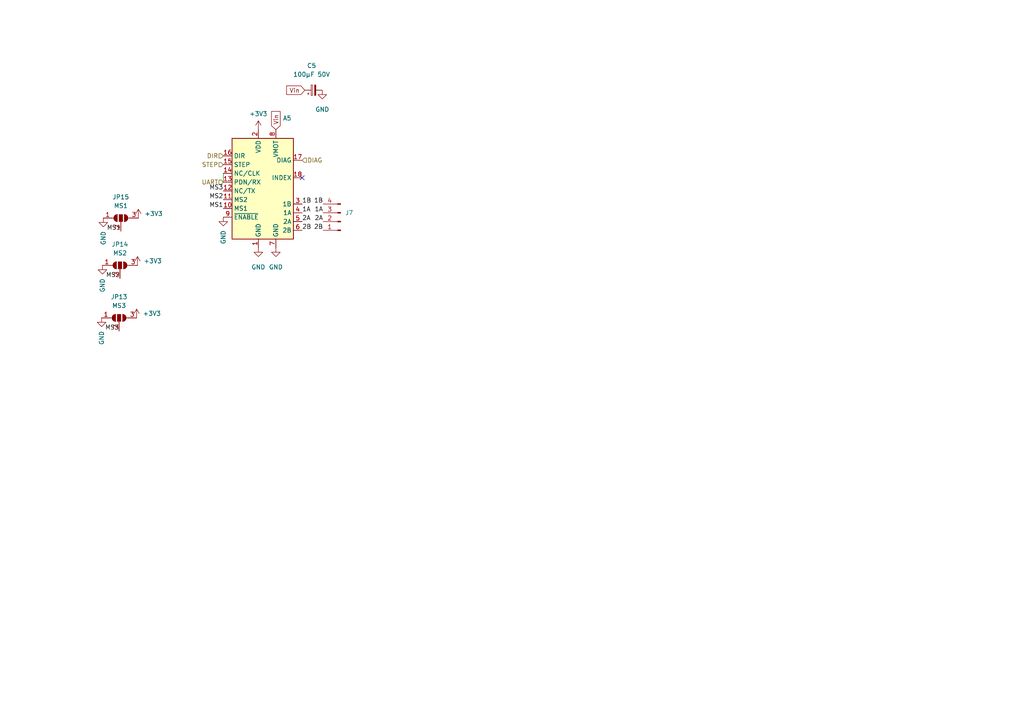
<source format=kicad_sch>
(kicad_sch (version 20211123) (generator eeschema)
  (paper "A4")
  (lib_symbols
    (symbol "Connector:Conn_01x04_Male" (pin_names (offset 1.016) hide)
      (property "Reference" "J" (at 0 5.08 0))
      (property "Value" "Conn_01x04_Male" (at 0 -7.62 0))
      (symbol "Conn_01x04_Male_1_1"
        (polyline (pts (xy 1.27 -5.08) (xy 0.8636 -5.08)) (stroke (width 0.1524)))
        (polyline (pts (xy 1.27 -2.54) (xy 0.8636 -2.54)) (stroke (width 0.1524)))
        (polyline (pts (xy 1.27 0) (xy 0.8636 0)) (stroke (width 0.1524)))
        (polyline (pts (xy 1.27 2.54) (xy 0.8636 2.54)) (stroke (width 0.1524)))
        (rectangle (start 0.8636 -4.953) (end 0 -5.207) (stroke (width 0.1524)) (fill (type outline)))
        (rectangle (start 0.8636 -2.413) (end 0 -2.667) (stroke (width 0.1524)) (fill (type outline)))
        (rectangle (start 0.8636 0.127) (end 0 -0.127) (stroke (width 0.1524)) (fill (type outline)))
        (rectangle (start 0.8636 2.667) (end 0 2.413) (stroke (width 0.1524)) (fill (type outline)))
        (pin passive line (at 5.08 2.54 180) (length 3.81) (name "Pin_1") (number "1"))
        (pin passive line (at 5.08 0 180) (length 3.81) (name "Pin_2") (number "2"))
        (pin passive line (at 5.08 -2.54 180) (length 3.81) (name "Pin_3") (number "3"))
        (pin passive line (at 5.08 -5.08 180) (length 3.81) (name "Pin_4") (number "4"))
      )
    )
    (symbol "Device:C_Polarized_Small" (pin_numbers hide) (pin_names (offset 0.254) hide)
      (property "Reference" "C" (at 0.254 1.778 0))
      (property "Value" "C_Polarized_Small" (at 0.254 -2.032 0))
      (symbol "C_Polarized_Small_0_1"
        (rectangle (start -1.524 -0.3048) (end 1.524 -0.6858) (fill (type outline)))
        (rectangle (start -1.524 0.6858) (end 1.524 0.3048))
        (polyline (pts (xy -1.27 1.524) (xy -0.762 1.524)))
        (polyline (pts (xy -1.016 1.27) (xy -1.016 1.778)))
      )
      (symbol "C_Polarized_Small_1_1"
        (pin passive line (at 0 2.54 270) (length 1.8542) (name "~") (number "1"))
        (pin passive line (at 0 -2.54 90) (length 1.8542) (name "~") (number "2"))
      )
    )
    (symbol "Jumper:SolderJumper_3_Open" (pin_names (offset 0) hide)
      (property "Reference" "JP" (at -2.54 -2.54 0))
      (property "Value" "SolderJumper_3_Open" (at 0 2.794 0))
      (symbol "SolderJumper_3_Open_0_1"
        (arc (start -1.016 1.016) (mid -2.032 0) (end -1.016 -1.016))
        (arc (start -1.016 1.016) (mid -2.032 0) (end -1.016 -1.016) (fill (type outline)))
        (rectangle (start -0.508 1.016) (end 0.508 -1.016) (fill (type outline)))
        (polyline (pts (xy -2.54 0) (xy -2.032 0)))
        (polyline (pts (xy -1.016 1.016) (xy -1.016 -1.016)))
        (polyline (pts (xy 0 -1.27) (xy 0 -1.016)))
        (polyline (pts (xy 1.016 1.016) (xy 1.016 -1.016)))
        (polyline (pts (xy 2.54 0) (xy 2.032 0)))
        (arc (start 1.016 -1.016) (mid 2.032 0) (end 1.016 1.016))
        (arc (start 1.016 -1.016) (mid 2.032 0) (end 1.016 1.016) (fill (type outline)))
      )
      (symbol "SolderJumper_3_Open_1_1"
        (pin passive line (at -5.08 0 0) (length 2.54) (name "A") (number "1"))
        (pin passive line (at 0 -3.81 90) (length 2.54) (name "C") (number "2"))
        (pin passive line (at 5.08 0 180) (length 2.54) (name "B") (number "3"))
      )
    )
    (symbol "TMCSockets:MKS_TMC2209"
      (property "Reference" "A" (at 10.16 19.05 0))
      (property "Value" "MKS_TMC2209" (at 10.16 15.24 0))
      (symbol "MKS_TMC2209_0_1"
        (rectangle (start -8.89 13.97) (end 8.89 -15.24) (stroke (width 0.254)) (fill (type background)))
      )
      (symbol "MKS_TMC2209_1_1"
        (pin power_in line (at -1.27 -17.78 90) (length 2.54) (name "GND") (number "1"))
        (pin input line (at -11.43 -6.35 0) (length 2.54) (name "MS1") (number "10"))
        (pin input line (at -11.43 -3.81 0) (length 2.54) (name "MS2") (number "11"))
        (pin input line (at -11.43 -1.27 0) (length 2.54) (name "NC/TX") (number "12"))
        (pin input line (at -11.43 1.27 0) (length 2.54) (name "PDN/RX") (number "13"))
        (pin input line (at -11.43 3.81 0) (length 2.54) (name "NC/CLK") (number "14"))
        (pin input line (at -11.43 6.35 0) (length 2.54) (name "STEP") (number "15"))
        (pin input line (at -11.43 8.89 0) (length 2.54) (name "DIR") (number "16"))
        (pin output line (at 11.43 7.62 180) (length 2.54) (name "DIAG") (number "17"))
        (pin output line (at 11.43 2.54 180) (length 2.54) (name "INDEX") (number "18"))
        (pin power_in line (at -1.27 16.51 270) (length 2.54) (name "VDD") (number "2"))
        (pin output line (at 11.43 -5.08 180) (length 2.54) (name "1B") (number "3"))
        (pin output line (at 11.43 -7.62 180) (length 2.54) (name "1A") (number "4"))
        (pin output line (at 11.43 -10.16 180) (length 2.54) (name "2A") (number "5"))
        (pin output line (at 11.43 -12.7 180) (length 2.54) (name "2B") (number "6"))
        (pin power_in line (at 3.81 -17.78 90) (length 2.54) (name "GND") (number "7"))
        (pin power_in line (at 3.81 16.51 270) (length 2.54) (name "VMOT") (number "8"))
        (pin input line (at -11.43 -8.89 0) (length 2.54) (name "~{ENABLE}") (number "9"))
      )
    )
    (symbol "power:+3V3" (power) (pin_names (offset 0))
      (property "Value" "+3V3" (at 0 3.556 0))
      (symbol "+3V3_0_1"
        (polyline (pts (xy -0.762 1.27) (xy 0 2.54)))
        (polyline (pts (xy 0 0) (xy 0 2.54)))
        (polyline (pts (xy 0 2.54) (xy 0.762 1.27)))
      )
      (symbol "+3V3_1_1"
        (pin power_in line (at 0 0 90) (length 0) hide (name "+3V3") (number "1"))
      )
    )
    (symbol "power:GND" (power) (pin_names (offset 0))
      (property "Value" "GND" (at 0 -3.81 0))
      (symbol "GND_0_1"
        (polyline (pts (xy 0 0) (xy 0 -1.27) (xy 1.27 -1.27) (xy 0 -2.54) (xy -1.27 -1.27) (xy 0 -1.27)))
      )
      (symbol "GND_1_1"
        (pin power_in line (at 0 0 270) (length 0) hide (name "GND") (number "1"))
      )
    )
  )
  (no_connect (at 87.63 51.562))
  (wire (pts (xy 64.77 50.292) (xy 64.77 52.832)))
  (label "2A" (at 93.726 64.262 180))
  (label "1A" (at 87.63 61.722 0))
  (label "2B" (at 93.726 66.802 180))
  (label "MS1" (at 35.052 67.056 180))
  (label "1B" (at 93.726 59.182 180))
  (label "MS3" (at 64.77 55.372 180))
  (label "MS1" (at 64.77 60.452 180))
  (label "MS2" (at 34.798 80.772 180))
  (label "2A" (at 87.63 64.262 0))
  (label "1A" (at 93.726 61.722 180))
  (label "MS2" (at 64.77 57.912 180))
  (label "2B" (at 87.63 66.802 0))
  (label "MS3" (at 34.544 96.012 180))
  (label "1B" (at 87.63 59.182 0))
  (global_label "Vin" (shape input) (at 80.01 37.592 90) (property "Intersheet References" "${INTERSHEET_REFS}" (effects hide)))
  (global_label "Vin" (shape input) (at 88.392 26.162 180) (property "Intersheet References" "${INTERSHEET_REFS}" (effects hide)))
  (hierarchical_label "UART" (shape input) (at 64.77 52.832 180))
  (hierarchical_label "DIR" (shape input) (at 64.77 45.212 180))
  (hierarchical_label "STEP" (shape input) (at 64.77 47.752 180))
  (hierarchical_label "DIAG" (shape input) (at 87.63 46.482 0))
  (symbol (lib_id "power:GND") (at 74.93 71.882 0) (unit 1)
    (property "Reference" "#PWR023" (effects hide))
    (property "Value" "GND" (at 74.93 77.47 0))
  )
  (symbol (lib_id "power:GND") (at 29.464 92.202 0) (unit 1)
    (property "Reference" "#PWR055" (effects hide))
    (property "Value" "GND" (at 29.464 100.076 90) (effects (justify left)))
  )
  (symbol (lib_id "power:GND") (at 29.972 63.246 0) (unit 1)
    (property "Reference" "#PWR057" (effects hide))
    (property "Value" "GND" (at 29.972 71.12 90) (effects (justify left)))
  )
  (symbol (lib_id "TMCSockets:MKS_TMC2209") (at 76.2 54.102 0) (unit 1)
    (property "Reference" "A5" (at 82.0294 34.29 0) (effects (justify left)))
    (property "Footprint" "TMCSockets:TMC220X" (effects hide))
  )
  (symbol (lib_id "power:GND") (at 29.718 76.962 0) (unit 1)
    (property "Reference" "#PWR056" (effects hide))
    (property "Value" "GND" (at 29.718 84.836 90) (effects (justify left)))
  )
  (symbol (lib_id "Jumper:SolderJumper_3_Open") (at 35.052 63.246 0) (unit 1)
    (property "Reference" "JP15" (at 35.052 57.15 0))
    (property "Value" "MS1" (at 35.052 59.69 0))
    (property "Footprint" "Jumper:SolderJumper-3_P1.3mm_Open_RoundedPad1.0x1.5mm" (effects hide))
  )
  (symbol (lib_id "power:+3V3") (at 39.624 92.202 0) (unit 1)
    (property "Reference" "#PWR058" (effects hide))
    (property "Value" "+3V3" (at 41.402 90.9319 0) (effects (justify left)))
  )
  (symbol (lib_id "power:GND") (at 80.01 71.882 0) (unit 1)
    (property "Reference" "#PWR024" (effects hide))
    (property "Value" "GND" (at 80.01 77.47 0))
  )
  (symbol (lib_id "Jumper:SolderJumper_3_Open") (at 34.798 76.962 0) (unit 1)
    (property "Reference" "JP14" (at 34.798 70.866 0))
    (property "Value" "MS2" (at 34.798 73.406 0))
    (property "Footprint" "Jumper:SolderJumper-3_P1.3mm_Open_RoundedPad1.0x1.5mm" (effects hide))
  )
  (symbol (lib_id "power:+3V3") (at 74.93 37.592 0) (unit 1)
    (property "Reference" "#PWR022" (effects hide))
    (property "Value" "+3V3" (at 74.93 33.02 0))
  )
  (symbol (lib_id "power:GND") (at 64.77 62.992 0) (unit 1)
    (property "Reference" "#PWR021" (effects hide))
    (property "Value" "GND" (at 64.77 70.866 90) (effects (justify left)))
  )
  (symbol (lib_id "Jumper:SolderJumper_3_Open") (at 34.544 92.202 0) (unit 1)
    (property "Reference" "JP13" (at 34.544 86.106 0))
    (property "Value" "MS3" (at 34.544 88.646 0))
    (property "Footprint" "Jumper:SolderJumper-3_P1.3mm_Open_RoundedPad1.0x1.5mm" (effects hide))
  )
  (symbol (lib_id "power:+3V3") (at 40.132 63.246 0) (unit 1)
    (property "Reference" "#PWR060" (effects hide))
    (property "Value" "+3V3" (at 41.91 61.9759 0) (effects (justify left)))
  )
  (symbol (lib_id "Device:C_Polarized_Small") (at 90.932 26.162 90) (unit 1)
    (property "Reference" "C5" (at 90.3859 19.05 90))
    (property "Value" "100µF 50V" (at 90.3859 21.59 90))
    (property "Footprint" "Capacitor_SMD:CP_Elec_6.3x7.7" (effects hide))
  )
  (symbol (lib_id "power:+3V3") (at 39.878 76.962 0) (unit 1)
    (property "Reference" "#PWR059" (effects hide))
    (property "Value" "+3V3" (at 41.656 75.6919 0) (effects (justify left)))
  )
  (symbol (lib_id "Connector:Conn_01x04_Male") (at 98.806 64.262 180) (unit 1)
    (property "Reference" "J7" (at 100.076 61.7219 0) (effects (justify right)))
    (property "Value" "${SHEETNAME}" (at 100.076 64.2619 0) (effects (justify right)))
    (property "Footprint" "Connector_JST:JST_XH_B4B-XH-A_1x04_P2.50mm_Vertical" (effects hide))
  )
  (symbol (lib_id "power:GND") (at 93.472 26.162 0) (unit 1)
    (property "Reference" "#PWR025" (effects hide))
    (property "Value" "GND" (at 93.472 31.75 0))
  )
)
</source>
